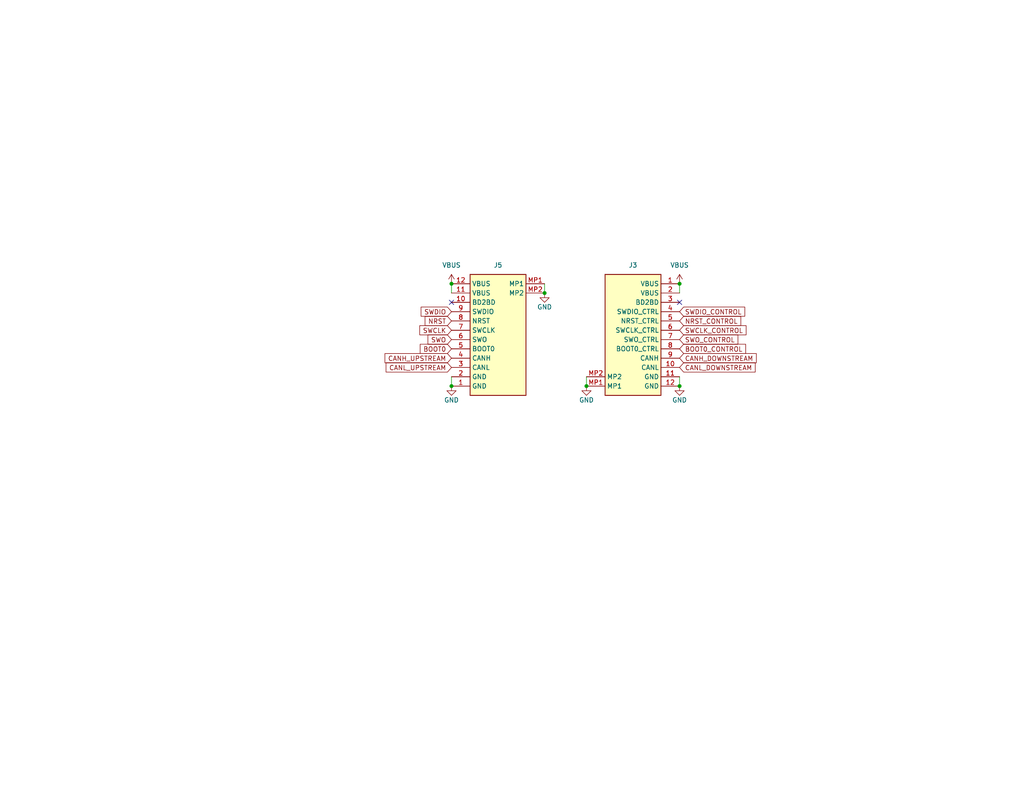
<source format=kicad_sch>
(kicad_sch (version 20231120) (generator "eeschema") (generator_version "8.0")
  (paper "USLetter")
  (lib_symbols
    (symbol "TVSC:Bus Connector (Control)"
      (property "Reference" "J" (at 5 -33 0))
      (symbol "Bus Connector (Control)_1_1"
        (rectangle (start 5.08 2.54) (end 20.32 -30.48) (stroke (width 0.254)) (fill (type background)))
        (pin passive line (at 0 -27.94 0) (length 5.08) (name "VBUS") (number "1"))
        (pin passive line (at 0 -5.08 0) (length 5.08) (name "CANL") (number "10"))
        (pin passive line (at 0 -2.54 0) (length 5.08) (name "GND") (number "11"))
        (pin passive line (at 0 0 0) (length 5.08) (name "GND") (number "12"))
        (pin passive line (at 0 -25.4 0) (length 5.08) (name "VBUS") (number "2"))
        (pin passive line (at 0 -22.86 0) (length 5.08) (name "BD2BD") (number "3"))
        (pin passive line (at 0 -20.32 0) (length 5.08) (name "SWDIO_CTRL") (number "4"))
        (pin passive line (at 0 -17.78 0) (length 5.08) (name "NRST_CTRL") (number "5"))
        (pin passive line (at 0 -15.24 0) (length 5.08) (name "SWCLK_CTRL") (number "6"))
        (pin passive line (at 0 -12.7 0) (length 5.08) (name "SWO_CTRL") (number "7"))
        (pin passive line (at 0 -10.16 0) (length 5.08) (name "BOOT0_CTRL") (number "8"))
        (pin passive line (at 0 -7.62 0) (length 5.08) (name "CANH") (number "9"))
        (pin passive line (at 25.4 0 180) (length 5.08) (name "MP1") (number "MP1"))
        (pin passive line (at 25.4 -2.54 180) (length 5.08) (name "MP2") (number "MP2"))
      )
    )
    (symbol "TVSC:Bus Connector (Target)"
      (property "Reference" "J" (at 5 -33 0))
      (symbol "Bus Connector (Target)_1_1"
        (rectangle (start 5.08 2.54) (end 20.32 -30.48) (stroke (width 0.254)) (fill (type background)))
        (pin passive line (at 0 -27.94 0) (length 5.08) (name "GND") (number "1"))
        (pin passive line (at 0 -5.08 0) (length 5.08) (name "BD2BD") (number "10"))
        (pin passive line (at 0 -2.54 0) (length 5.08) (name "VBUS") (number "11"))
        (pin passive line (at 0 0 0) (length 5.08) (name "VBUS") (number "12"))
        (pin passive line (at 0 -25.4 0) (length 5.08) (name "GND") (number "2"))
        (pin passive line (at 0 -22.86 0) (length 5.08) (name "CANL") (number "3"))
        (pin passive line (at 0 -20.32 0) (length 5.08) (name "CANH") (number "4"))
        (pin passive line (at 0 -17.78 0) (length 5.08) (name "BOOT0") (number "5"))
        (pin passive line (at 0 -15.24 0) (length 5.08) (name "SWO") (number "6"))
        (pin passive line (at 0 -12.7 0) (length 5.08) (name "SWCLK") (number "7"))
        (pin passive line (at 0 -10.16 0) (length 5.08) (name "NRST") (number "8"))
        (pin passive line (at 0 -7.62 0) (length 5.08) (name "SWDIO") (number "9"))
        (pin passive line (at 25.4 0 180) (length 5.08) (name "MP1") (number "MP1"))
        (pin passive line (at 25.4 -2.54 180) (length 5.08) (name "MP2") (number "MP2"))
      )
    )
    (symbol "power:GND" (power) (pin_numbers hide) (pin_names (offset 0) hide)
      (property "Value" "GND" (at 0 -3.81 0))
      (symbol "GND_0_1"
        (polyline (pts (xy 0 0) (xy 0 -1.27) (xy 1.27 -1.27) (xy 0 -2.54) (xy -1.27 -1.27) (xy 0 -1.27)))
      )
      (symbol "GND_1_1"
        (pin power_in line (at 0 0 270) (length 0) (name "~") (number "1"))
      )
    )
    (symbol "power:VBUS" (power) (pin_numbers hide) (pin_names (offset 0) hide)
      (property "Value" "VBUS" (at 0 3.556 0))
      (symbol "VBUS_0_1"
        (polyline (pts (xy -0.762 1.27) (xy 0 2.54)))
        (polyline (pts (xy 0 0) (xy 0 2.54)))
        (polyline (pts (xy 0 2.54) (xy 0.762 1.27)))
      )
      (symbol "VBUS_1_1"
        (pin power_in line (at 0 0 90) (length 0) (name "~") (number "1"))
      )
    )
  )
  (junction (at 160.02 105.41))
  (junction (at 123.19 105.41))
  (junction (at 185.42 77.47))
  (junction (at 123.19 77.47))
  (junction (at 185.42 105.41))
  (junction (at 148.59 80.01))
  (no_connect (at 123.19 82.55))
  (no_connect (at 185.42 82.55))
  (wire (pts (xy 123.19 77.47) (xy 123.19 80.01)))
  (wire (pts (xy 148.59 77.47) (xy 148.59 80.01)))
  (wire (pts (xy 160.02 102.87) (xy 160.02 105.41)))
  (wire (pts (xy 123.19 102.87) (xy 123.19 105.41)))
  (wire (pts (xy 185.42 77.47) (xy 185.42 80.01)))
  (wire (pts (xy 185.42 102.87) (xy 185.42 105.41)))
  (global_label "BOOT0" (shape input) (at 123.19 95.25 180) (property "Intersheetrefs" "${INTERSHEET_REFS}" (effects (hide yes))))
  (global_label "CANH_DOWNSTREAM" (shape input) (at 185.42 97.79 0) (property "Intersheetrefs" "${INTERSHEET_REFS}" (effects (hide yes))))
  (global_label "SWDIO_CONTROL" (shape input) (at 185.42 85.09 0) (property "Intersheetrefs" "${INTERSHEET_REFS}" (effects (hide yes))))
  (global_label "CANL_DOWNSTREAM" (shape input) (at 185.42 100.33 0) (property "Intersheetrefs" "${INTERSHEET_REFS}" (effects (hide yes))))
  (global_label "SWO_CONTROL" (shape input) (at 185.42 92.71 0) (property "Intersheetrefs" "${INTERSHEET_REFS}" (effects (hide yes))))
  (global_label "NRST" (shape input) (at 123.19 87.63 180) (property "Intersheetrefs" "${INTERSHEET_REFS}" (effects (hide yes))))
  (global_label "SWCLK" (shape input) (at 123.19 90.17 180) (property "Intersheetrefs" "${INTERSHEET_REFS}" (effects (hide yes))))
  (global_label "SWCLK_CONTROL" (shape input) (at 185.42 90.17 0) (property "Intersheetrefs" "${INTERSHEET_REFS}" (effects (hide yes))))
  (global_label "SWDIO" (shape input) (at 123.19 85.09 180) (property "Intersheetrefs" "${INTERSHEET_REFS}" (effects (hide yes))))
  (global_label "SWO" (shape input) (at 123.19 92.71 180) (property "Intersheetrefs" "${INTERSHEET_REFS}" (effects (hide yes))))
  (global_label "CANH_UPSTREAM" (shape input) (at 123.19 97.79 180) (property "Intersheetrefs" "${INTERSHEET_REFS}" (effects (hide yes))))
  (global_label "NRST_CONTROL" (shape input) (at 185.42 87.63 0) (property "Intersheetrefs" "${INTERSHEET_REFS}" (effects (hide yes))))
  (global_label "BOOT0_CONTROL" (shape input) (at 185.42 95.25 0) (property "Intersheetrefs" "${INTERSHEET_REFS}" (effects (hide yes))))
  (global_label "CANL_UPSTREAM" (shape input) (at 123.19 100.33 180) (property "Intersheetrefs" "${INTERSHEET_REFS}" (effects (hide yes))))
  (symbol (lib_id "power:VBUS") (at 185.42 77.47 0) (unit 1)
    (property "Reference" "#PWR033" (effects (hide yes)))
    (property "Value" "VBUS" (at 185.42 72.39 0))
  )
  (symbol (lib_id "power:GND") (at 148.59 80.01 0) (unit 1)
    (property "Reference" "#PWR039" (effects (hide yes)))
    (property "Value" "GND" (at 148.59 83.82 0))
  )
  (symbol (lib_id "TVSC:Bus Connector (Control)") (at 185.42 105.41 180) (unit 1)
    (property "Reference" "J3" (at 172.72 72.39 0))
    (property "Value" "Molex_504050-1291" (effects (hide yes)))
    (property "Footprint" "footprints:Bus Connector (Control)" (effects (hide yes)))
    (property "Datasheet" "https://www.molex.com/en-us/products/part-detail/5040501291" (effects (hide yes)))
    (property "Manufacturer" "Molex" (effects (hide yes)))
    (property "Manufacturer Part Number" "504050-1291" (effects (hide yes)))
    (property "MPN" "C563982" (effects (hide yes)))
    (property "Active" "Y" (effects (hide yes)))
    (property "Basic or Extended Component" "Extended" (effects (hide yes)))
  )
  (symbol (lib_id "power:GND") (at 123.19 105.41 0) (unit 1)
    (property "Reference" "#PWR035" (effects (hide yes)))
    (property "Value" "GND" (at 123.19 109.22 0))
  )
  (symbol (lib_id "power:GND") (at 185.42 105.41 0) (unit 1)
    (property "Reference" "#PWR036" (effects (hide yes)))
    (property "Value" "GND" (at 185.42 109.22 0))
  )
  (symbol (lib_id "power:GND") (at 160.02 105.41 0) (unit 1)
    (property "Reference" "#PWR037" (effects (hide yes)))
    (property "Value" "GND" (at 160.02 109.22 0))
  )
  (symbol (lib_id "power:VBUS") (at 123.19 77.47 0) (unit 1)
    (property "Reference" "#PWR034" (effects (hide yes)))
    (property "Value" "VBUS" (at 123.19 72.39 0))
  )
  (symbol (lib_id "TVSC:Bus Connector (Target)") (at 123.19 77.47 0) (unit 1)
    (property "Reference" "J5" (at 135.89 72.39 0))
    (property "Value" "Molex_504050-1291" (effects (hide yes)))
    (property "Footprint" "footprints:Bus Connector (Target)" (effects (hide yes)))
    (property "Datasheet" "https://www.molex.com/en-us/products/part-detail/5040501291" (effects (hide yes)))
    (property "Manufacturer" "Molex" (effects (hide yes)))
    (property "Manufacturer Part Number" "504050-1291" (effects (hide yes)))
    (property "MPN" "C563982" (effects (hide yes)))
    (property "Active" "Y" (effects (hide yes)))
    (property "Basic or Extended Component" "Extended" (effects (hide yes)))
  )
)
</source>
